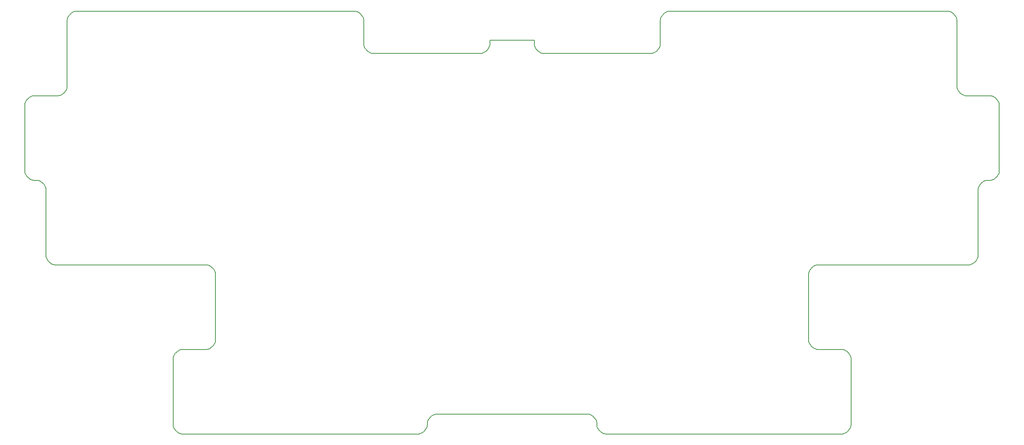
<source format=gm1>
G04 #@! TF.GenerationSoftware,KiCad,Pcbnew,(6.0.11-0)*
G04 #@! TF.CreationDate,2023-07-13T15:03:38+09:00*
G04 #@! TF.ProjectId,qfwfq,71667766-712e-46b6-9963-61645f706362,rev?*
G04 #@! TF.SameCoordinates,Original*
G04 #@! TF.FileFunction,Profile,NP*
%FSLAX46Y46*%
G04 Gerber Fmt 4.6, Leading zero omitted, Abs format (unit mm)*
G04 Created by KiCad (PCBNEW (6.0.11-0)) date 2023-07-13 15:03:38*
%MOMM*%
%LPD*%
G01*
G04 APERTURE LIST*
%ADD10C,0.200000*%
G04 #@! TA.AperFunction,Profile*
%ADD11C,0.200000*%
G04 #@! TD*
G04 APERTURE END LIST*
D10*
X195340567Y-93783351D02*
X195420905Y-93974144D01*
X195526495Y-94167015D01*
X195639977Y-94337489D01*
X195736348Y-94463266D01*
X25406149Y-76248933D02*
X25215355Y-76168594D01*
X25022484Y-76063004D01*
X24852010Y-75949522D01*
X24726234Y-75853152D01*
X204742398Y-97074380D02*
X204781537Y-97272050D01*
X204787500Y-97377000D01*
X19963734Y-56803152D02*
X19802679Y-56662604D01*
X19652178Y-56511213D01*
X19514073Y-56351155D01*
X19390207Y-56184606D01*
X19282423Y-56013743D01*
X19250388Y-55956207D01*
X236427620Y-57231898D02*
X236229949Y-57271037D01*
X236125000Y-57277000D01*
X61867398Y-93679620D02*
X61906537Y-93481949D01*
X61912500Y-93377000D01*
X26575000Y-38227000D02*
X26782839Y-38204808D01*
X26981351Y-38148933D01*
X95204898Y-20874380D02*
X95244037Y-21072050D01*
X95250000Y-21177000D01*
X149231149Y-114348933D02*
X149040355Y-114268594D01*
X148847484Y-114163004D01*
X148677010Y-114049522D01*
X148551234Y-113953152D01*
X19050000Y-40227000D02*
X19072191Y-40019160D01*
X19128067Y-39820649D01*
X52432602Y-112729620D02*
X52393462Y-112531949D01*
X52387500Y-112427000D01*
X147163652Y-110865734D02*
X147023104Y-110704679D01*
X146871713Y-110554178D01*
X146711655Y-110416073D01*
X146545106Y-110292207D01*
X146374243Y-110184423D01*
X146316707Y-110152388D01*
D11*
X54387500Y-114427000D02*
X107537500Y-114427000D01*
X161925000Y-21177000D02*
X161925000Y-26702000D01*
X52387500Y-97377000D02*
X52387500Y-112427000D01*
D10*
X147837888Y-113106207D02*
X147749797Y-112921945D01*
X147682602Y-112729620D01*
X233562888Y-58597793D02*
X233474797Y-58782054D01*
X233407602Y-58974380D01*
X60998766Y-94903152D02*
X61159820Y-94762604D01*
X61310321Y-94611213D01*
X61448426Y-94451155D01*
X61572292Y-94284606D01*
X61680076Y-94113743D01*
X61712112Y-94056207D01*
X60215120Y-76372102D02*
X60017449Y-76332962D01*
X59912500Y-76327000D01*
D11*
X204787500Y-112427000D02*
X204787500Y-97377000D01*
D10*
X110451234Y-110425848D02*
X110290179Y-110566395D01*
X110139678Y-110717786D01*
X110001573Y-110877844D01*
X109877707Y-111044393D01*
X109769923Y-111215256D01*
X109737888Y-111272793D01*
X234956149Y-57355067D02*
X234765355Y-57435405D01*
X234572484Y-57540995D01*
X234402010Y-57654477D01*
X234276234Y-57750848D01*
X236804207Y-57076612D02*
X236619945Y-57164702D01*
X236427620Y-57231898D01*
D11*
X226600000Y-19177000D02*
X163925000Y-19177000D01*
D10*
X197262500Y-76327000D02*
X197054660Y-76349191D01*
X196856149Y-76405067D01*
D11*
X202787500Y-95377000D02*
X197262500Y-95377000D01*
D10*
X161724612Y-27381207D02*
X161812702Y-27196945D01*
X161879898Y-27004620D01*
X61712112Y-94056207D02*
X61800202Y-93871945D01*
X61867398Y-93679620D01*
D11*
X19050000Y-40227000D02*
X19050000Y-55277000D01*
D10*
X23734433Y-58870649D02*
X23654094Y-58679855D01*
X23548504Y-58486984D01*
X23435022Y-58316510D01*
X23338652Y-58190734D01*
X30272380Y-19222102D02*
X30470050Y-19182962D01*
X30575000Y-19177000D01*
X145940120Y-109997102D02*
X145742449Y-109957962D01*
X145637500Y-109952000D01*
D11*
X195262500Y-93377000D02*
X195262500Y-78327000D01*
D10*
X27661266Y-37753152D02*
X27822320Y-37612604D01*
X27972821Y-37461213D01*
X28110926Y-37301155D01*
X28234792Y-37134606D01*
X28342576Y-36963743D01*
X28374612Y-36906207D01*
X19128067Y-39820649D02*
X19208405Y-39629855D01*
X19313995Y-39436984D01*
X19427477Y-39266510D01*
X19523848Y-39140734D01*
X233362500Y-74327000D02*
X233340308Y-74534839D01*
X233284433Y-74733351D01*
X230297380Y-38181898D02*
X230495050Y-38221037D01*
X230600000Y-38227000D01*
X234276234Y-57750848D02*
X234115179Y-57891395D01*
X233964678Y-58042786D01*
X233826573Y-58202844D01*
X233702707Y-58369393D01*
X233594923Y-58540256D01*
X233562888Y-58597793D01*
X109459433Y-112833351D02*
X109379094Y-113024144D01*
X109273504Y-113217015D01*
X109160022Y-113387489D01*
X109063652Y-113513266D01*
D11*
X197262500Y-76327000D02*
X231362500Y-76327000D01*
D10*
X93656351Y-19255067D02*
X93847144Y-19335405D01*
X94040015Y-19440995D01*
X94210489Y-19554477D01*
X94336266Y-19650848D01*
D11*
X123587500Y-25702000D02*
X123587500Y-26702000D01*
D10*
X59912500Y-95377000D02*
X60120339Y-95354808D01*
X60318851Y-95298933D01*
X238079898Y-39924380D02*
X238119037Y-40122050D01*
X238125000Y-40227000D01*
X161925000Y-21177000D02*
X161947191Y-20969160D01*
X162003067Y-20770649D01*
X20370793Y-38427388D02*
X20555054Y-38339297D01*
X20747380Y-38272102D01*
X149637500Y-114427000D02*
X149429660Y-114404808D01*
X149231149Y-114348933D01*
D11*
X133587500Y-26702000D02*
X133587500Y-25702000D01*
D10*
X228554898Y-20874380D02*
X228594037Y-21072050D01*
X228600000Y-21177000D01*
X229920793Y-38026612D02*
X230105054Y-38114702D01*
X230297380Y-38181898D01*
X233284433Y-74733351D02*
X233204094Y-74924144D01*
X233098504Y-75117015D01*
X232985022Y-75287489D01*
X232888652Y-75413266D01*
X163622380Y-19222102D02*
X163820050Y-19182962D01*
X163925000Y-19177000D01*
X52387500Y-97377000D02*
X52409691Y-97169160D01*
X52465567Y-96970649D01*
X22115120Y-57322102D02*
X21917449Y-57282962D01*
X21812500Y-57277000D01*
X228678067Y-36633351D02*
X228758405Y-36824144D01*
X228863995Y-37017015D01*
X228977477Y-37187489D01*
X229073848Y-37313266D01*
X232041707Y-76126612D02*
X231857445Y-76214702D01*
X231665120Y-76281898D01*
D11*
X111537500Y-109952000D02*
X145637500Y-109952000D01*
D10*
X229073848Y-37313266D02*
X229214395Y-37474320D01*
X229365786Y-37624821D01*
X229525844Y-37762926D01*
X229692393Y-37886792D01*
X229863256Y-37994576D01*
X229920793Y-38026612D01*
D11*
X95250000Y-26702000D02*
X95250000Y-21177000D01*
D10*
X108216707Y-114226612D02*
X108032445Y-114314702D01*
X107840120Y-114381898D01*
X29048848Y-20090734D02*
X29189395Y-19929679D01*
X29340786Y-19779178D01*
X29500844Y-19641073D01*
X29667393Y-19517207D01*
X29838256Y-19409423D01*
X29895793Y-19377388D01*
X235362500Y-57277000D02*
X235154660Y-57299191D01*
X234956149Y-57355067D01*
X52465567Y-96970649D02*
X52545905Y-96779855D01*
X52651495Y-96586984D01*
X52764977Y-96416510D01*
X52861348Y-96290734D01*
X29895793Y-19377388D02*
X30080054Y-19289297D01*
X30272380Y-19222102D01*
X203466707Y-114226612D02*
X203282445Y-114314702D01*
X203090120Y-114381898D01*
X203090120Y-114381898D02*
X202892449Y-114421037D01*
X202787500Y-114427000D01*
X237651152Y-56363266D02*
X237510604Y-56524320D01*
X237359213Y-56674821D01*
X237199155Y-56812926D01*
X237032606Y-56936792D01*
X236861743Y-57044576D01*
X236804207Y-57076612D01*
X196176234Y-76800848D02*
X196015179Y-76941395D01*
X195864678Y-77092786D01*
X195726573Y-77252844D01*
X195602707Y-77419393D01*
X195494923Y-77590256D01*
X195462888Y-77647793D01*
X237924612Y-39547793D02*
X238012702Y-39732054D01*
X238079898Y-39924380D01*
X20643649Y-57198933D02*
X20452855Y-57118594D01*
X20259984Y-57013004D01*
X20089510Y-56899522D01*
X19963734Y-56803152D01*
X52861348Y-96290734D02*
X53001895Y-96129679D01*
X53153286Y-95979178D01*
X53313344Y-95841073D01*
X53479893Y-95717207D01*
X53650756Y-95609423D01*
X53708293Y-95577388D01*
X23857602Y-74629620D02*
X23818462Y-74431949D01*
X23812500Y-74327000D01*
D11*
X93250000Y-19177000D02*
X30575000Y-19177000D01*
D10*
X162003067Y-20770649D02*
X162083405Y-20579855D01*
X162188995Y-20386984D01*
X162302477Y-20216510D01*
X162398848Y-20090734D01*
X147682602Y-112729620D02*
X147643462Y-112531949D01*
X147637500Y-112427000D01*
X204709433Y-112833351D02*
X204629094Y-113024144D01*
X204523504Y-113217015D01*
X204410022Y-113387489D01*
X204313652Y-113513266D01*
X148551234Y-113953152D02*
X148390179Y-113812604D01*
X148239678Y-113661213D01*
X148101573Y-113501155D01*
X147977707Y-113334606D01*
X147869923Y-113163743D01*
X147837888Y-113106207D01*
X160331351Y-28623933D02*
X160522144Y-28543594D01*
X160715015Y-28438004D01*
X160885489Y-28324522D01*
X161011266Y-28228152D01*
X121587500Y-28702000D02*
X121795339Y-28679808D01*
X121993851Y-28623933D01*
X107840120Y-114381898D02*
X107642449Y-114421037D01*
X107537500Y-114427000D01*
X204587112Y-96697793D02*
X204675202Y-96882054D01*
X204742398Y-97074380D01*
X109063652Y-113513266D02*
X108923104Y-113674320D01*
X108771713Y-113824821D01*
X108611655Y-113962926D01*
X108445106Y-114086792D01*
X108274243Y-114194576D01*
X108216707Y-114226612D01*
X147559433Y-111545649D02*
X147479094Y-111354855D01*
X147373504Y-111161984D01*
X147260022Y-110991510D01*
X147163652Y-110865734D01*
X237211266Y-38700848D02*
X237372320Y-38841395D01*
X237522821Y-38992786D01*
X237660926Y-39152844D01*
X237784792Y-39319393D01*
X237892576Y-39490256D01*
X237924612Y-39547793D01*
X195736348Y-94463266D02*
X195876895Y-94624320D01*
X196028286Y-94774821D01*
X196188344Y-94912926D01*
X196354893Y-95036792D01*
X196525756Y-95144576D01*
X196583293Y-95176612D01*
X94336266Y-19650848D02*
X94497320Y-19791395D01*
X94647821Y-19942786D01*
X94785926Y-20102844D01*
X94909792Y-20269393D01*
X95017576Y-20440256D01*
X95049612Y-20497793D01*
X236531351Y-38305067D02*
X236722144Y-38385405D01*
X236915015Y-38490995D01*
X237085489Y-38604477D01*
X237211266Y-38700848D01*
X53981149Y-114348933D02*
X53790355Y-114268594D01*
X53597484Y-114163004D01*
X53427010Y-114049522D01*
X53301234Y-113953152D01*
X24726234Y-75853152D02*
X24565179Y-75712604D01*
X24414678Y-75561213D01*
X24276573Y-75401155D01*
X24152707Y-75234606D01*
X24044923Y-75063743D01*
X24012888Y-75006207D01*
X95328067Y-27108351D02*
X95408405Y-27299144D01*
X95513995Y-27492015D01*
X95627477Y-27662489D01*
X95723848Y-27788266D01*
D11*
X235362500Y-57277000D02*
X236125000Y-57277000D01*
D10*
X61912500Y-78327000D02*
X61890308Y-78119160D01*
X61834433Y-77920649D01*
X53301234Y-113953152D02*
X53140179Y-113812604D01*
X52989678Y-113661213D01*
X52851573Y-113501155D01*
X52727707Y-113334606D01*
X52619923Y-113163743D01*
X52587888Y-113106207D01*
X109537500Y-112427000D02*
X109515308Y-112634839D01*
X109459433Y-112833351D01*
D11*
X236125000Y-38227000D02*
X230600000Y-38227000D01*
X28575000Y-21177000D02*
X28575000Y-36227000D01*
D10*
X233407602Y-58974380D02*
X233368462Y-59172050D01*
X233362500Y-59277000D01*
X159925000Y-28702000D02*
X160132839Y-28679808D01*
X160331351Y-28623933D01*
X163245793Y-19377388D02*
X163430054Y-19289297D01*
X163622380Y-19222102D01*
X61834433Y-77920649D02*
X61754094Y-77729855D01*
X61648504Y-77536984D01*
X61535022Y-77366510D01*
X61438652Y-77240734D01*
D11*
X109537500Y-112427000D02*
X109537500Y-111952000D01*
X61912500Y-78327000D02*
X61912500Y-93377000D01*
D10*
X109737888Y-111272793D02*
X109649797Y-111457054D01*
X109582602Y-111649380D01*
X19523848Y-39140734D02*
X19664395Y-38979679D01*
X19815786Y-38829178D01*
X19975844Y-38691073D01*
X20142393Y-38567207D01*
X20313256Y-38459423D01*
X20370793Y-38427388D01*
X134061348Y-27788266D02*
X134201895Y-27949320D01*
X134353286Y-28099821D01*
X134513344Y-28237926D01*
X134679893Y-28361792D01*
X134850756Y-28469576D01*
X134908293Y-28501612D01*
D11*
X23812500Y-59277000D02*
X23812500Y-74327000D01*
D10*
X238046933Y-55683351D02*
X237966594Y-55874144D01*
X237861004Y-56067015D01*
X237747522Y-56237489D01*
X237651152Y-56363266D01*
X202787500Y-95377000D02*
X202995339Y-95399191D01*
X203193851Y-95455067D01*
X111131149Y-110030067D02*
X110940355Y-110110405D01*
X110747484Y-110215995D01*
X110577010Y-110329477D01*
X110451234Y-110425848D01*
D11*
X233362500Y-74327000D02*
X233362500Y-59277000D01*
D10*
X23338652Y-58190734D02*
X23198104Y-58029679D01*
X23046713Y-57879178D01*
X22886655Y-57741073D01*
X22720106Y-57617207D01*
X22549243Y-57509423D01*
X22491707Y-57477388D01*
X53708293Y-95577388D02*
X53892554Y-95489297D01*
X54084880Y-95422102D01*
X195307602Y-78024380D02*
X195268462Y-78222050D01*
X195262500Y-78327000D01*
X195262500Y-93377000D02*
X195284691Y-93584839D01*
X195340567Y-93783351D01*
X196583293Y-95176612D02*
X196767554Y-95264702D01*
X196959880Y-95331898D01*
X54084880Y-95422102D02*
X54282550Y-95382962D01*
X54387500Y-95377000D01*
D11*
X26575000Y-38227000D02*
X21050000Y-38227000D01*
D10*
X19250388Y-55956207D02*
X19162297Y-55771945D01*
X19095102Y-55579620D01*
X111537500Y-109952000D02*
X111329660Y-109974191D01*
X111131149Y-110030067D01*
X54387500Y-114427000D02*
X54179660Y-114404808D01*
X53981149Y-114348933D01*
X23812500Y-59277000D02*
X23790308Y-59069160D01*
X23734433Y-58870649D01*
X231665120Y-76281898D02*
X231467449Y-76321037D01*
X231362500Y-76327000D01*
X61438652Y-77240734D02*
X61298104Y-77079679D01*
X61146713Y-76929178D01*
X60986655Y-76791073D01*
X60820106Y-76667207D01*
X60649243Y-76559423D01*
X60591707Y-76527388D01*
D11*
X133587500Y-25702000D02*
X123587500Y-25702000D01*
D10*
X21050000Y-57277000D02*
X20842160Y-57254808D01*
X20643649Y-57198933D01*
X227686266Y-19650848D02*
X227847320Y-19791395D01*
X227997821Y-19942786D01*
X228135926Y-20102844D01*
X228259792Y-20269393D01*
X228367576Y-20440256D01*
X228399612Y-20497793D01*
X196856149Y-76405067D02*
X196665355Y-76485405D01*
X196472484Y-76590995D01*
X196302010Y-76704477D01*
X196176234Y-76800848D01*
X20747380Y-38272102D02*
X20945050Y-38232962D01*
X21050000Y-38227000D01*
X196959880Y-95331898D02*
X197157550Y-95371037D01*
X197262500Y-95377000D01*
X203193851Y-95455067D02*
X203384644Y-95535405D01*
X203577515Y-95640995D01*
X203747989Y-95754477D01*
X203873766Y-95850848D01*
X135284880Y-28656898D02*
X135482550Y-28696037D01*
X135587500Y-28702000D01*
X96570793Y-28501612D02*
X96755054Y-28589702D01*
X96947380Y-28656898D01*
X26981351Y-38148933D02*
X27172144Y-38068594D01*
X27365015Y-37963004D01*
X27535489Y-37849522D01*
X27661266Y-37753152D01*
X121993851Y-28623933D02*
X122184644Y-28543594D01*
X122377515Y-28438004D01*
X122547989Y-28324522D01*
X122673767Y-28228152D01*
X96947380Y-28656898D02*
X97145050Y-28696037D01*
X97250000Y-28702000D01*
X238125000Y-55277000D02*
X238102808Y-55484839D01*
X238046933Y-55683351D01*
X227006351Y-19255067D02*
X227197144Y-19335405D01*
X227390015Y-19440995D01*
X227560489Y-19554477D01*
X227686266Y-19650848D01*
X134908293Y-28501612D02*
X135092554Y-28589702D01*
X135284880Y-28656898D01*
X28575000Y-21177000D02*
X28597191Y-20969160D01*
X28653067Y-20770649D01*
X232888652Y-75413266D02*
X232748104Y-75574320D01*
X232596713Y-75724821D01*
X232436655Y-75862926D01*
X232270106Y-75986792D01*
X232099243Y-76094576D01*
X232041707Y-76126612D01*
X28653067Y-20770649D02*
X28733405Y-20579855D01*
X28838995Y-20386984D01*
X28952477Y-20216510D01*
X29048848Y-20090734D01*
X19095102Y-55579620D02*
X19055962Y-55381949D01*
X19050000Y-55277000D01*
D11*
X159925000Y-28702000D02*
X135587500Y-28702000D01*
D10*
X95250000Y-26702000D02*
X95272191Y-26909839D01*
X95328067Y-27108351D01*
X22491707Y-57477388D02*
X22307445Y-57389297D01*
X22115120Y-57322102D01*
X28529898Y-36529620D02*
X28569037Y-36331949D01*
X28575000Y-36227000D01*
D11*
X228600000Y-36227000D02*
X228600000Y-21177000D01*
D10*
X147637500Y-111952000D02*
X147615308Y-111744160D01*
X147559433Y-111545649D01*
D11*
X238125000Y-55277000D02*
X238125000Y-40227000D01*
D10*
X146316707Y-110152388D02*
X146132445Y-110064297D01*
X145940120Y-109997102D01*
D11*
X149637500Y-114427000D02*
X202787500Y-114427000D01*
D10*
X52587888Y-113106207D02*
X52499797Y-112921945D01*
X52432602Y-112729620D01*
X28374612Y-36906207D02*
X28462702Y-36721945D01*
X28529898Y-36529620D01*
X161011266Y-28228152D02*
X161172320Y-28087604D01*
X161322821Y-27936213D01*
X161460926Y-27776155D01*
X161584792Y-27609606D01*
X161692576Y-27438743D01*
X161724612Y-27381207D01*
X60318851Y-95298933D02*
X60509644Y-95218594D01*
X60702515Y-95113004D01*
X60872989Y-94999522D01*
X60998766Y-94903152D01*
D11*
X21050000Y-57277000D02*
X21812500Y-57277000D01*
D10*
X133665567Y-27108351D02*
X133745905Y-27299144D01*
X133851495Y-27492015D01*
X133964977Y-27662489D01*
X134061348Y-27788266D01*
X203873766Y-95850848D02*
X204034820Y-95991395D01*
X204185321Y-96142786D01*
X204323426Y-96302844D01*
X204447292Y-96469393D01*
X204555076Y-96640256D01*
X204587112Y-96697793D01*
X25812500Y-76327000D02*
X25604660Y-76304808D01*
X25406149Y-76248933D01*
D11*
X121587500Y-28702000D02*
X97250000Y-28702000D01*
D10*
X93250000Y-19177000D02*
X93457839Y-19199191D01*
X93656351Y-19255067D01*
X109582602Y-111649380D02*
X109543462Y-111847050D01*
X109537500Y-111952000D01*
D11*
X59912500Y-95377000D02*
X54387500Y-95377000D01*
D10*
X95049612Y-20497793D02*
X95137702Y-20682054D01*
X95204898Y-20874380D01*
D11*
X147637500Y-111952000D02*
X147637500Y-112427000D01*
D10*
X162398848Y-20090734D02*
X162539395Y-19929679D01*
X162690786Y-19779178D01*
X162850844Y-19641073D01*
X163017393Y-19517207D01*
X163188256Y-19409423D01*
X163245793Y-19377388D01*
X123387113Y-27381207D02*
X123475202Y-27196945D01*
X123542398Y-27004620D01*
X95723848Y-27788266D02*
X95864395Y-27949320D01*
X96015786Y-28099821D01*
X96175844Y-28237926D01*
X96342393Y-28361792D01*
X96513256Y-28469576D01*
X96570793Y-28501612D01*
X195462888Y-77647793D02*
X195374797Y-77832054D01*
X195307602Y-78024380D01*
X133587500Y-26702000D02*
X133609691Y-26909839D01*
X133665567Y-27108351D01*
X24012888Y-75006207D02*
X23924797Y-74821945D01*
X23857602Y-74629620D01*
X228600000Y-36227000D02*
X228622191Y-36434839D01*
X228678067Y-36633351D01*
X204787500Y-112427000D02*
X204765308Y-112634839D01*
X204709433Y-112833351D01*
X161879898Y-27004620D02*
X161919037Y-26806949D01*
X161925000Y-26702000D01*
X204313652Y-113513266D02*
X204173104Y-113674320D01*
X204021713Y-113824821D01*
X203861655Y-113962926D01*
X203695106Y-114086792D01*
X203524243Y-114194576D01*
X203466707Y-114226612D01*
X228399612Y-20497793D02*
X228487702Y-20682054D01*
X228554898Y-20874380D01*
X122673767Y-28228152D02*
X122834821Y-28087604D01*
X122985321Y-27936213D01*
X123123426Y-27776155D01*
X123247292Y-27609606D01*
X123355077Y-27438743D01*
X123387113Y-27381207D01*
X226600000Y-19177000D02*
X226807839Y-19199191D01*
X227006351Y-19255067D01*
D11*
X25812500Y-76327000D02*
X59912500Y-76327000D01*
D10*
X123542398Y-27004620D02*
X123581537Y-26806949D01*
X123587500Y-26702000D01*
X236125000Y-38227000D02*
X236332839Y-38249191D01*
X236531351Y-38305067D01*
X60591707Y-76527388D02*
X60407445Y-76439297D01*
X60215120Y-76372102D01*
M02*

</source>
